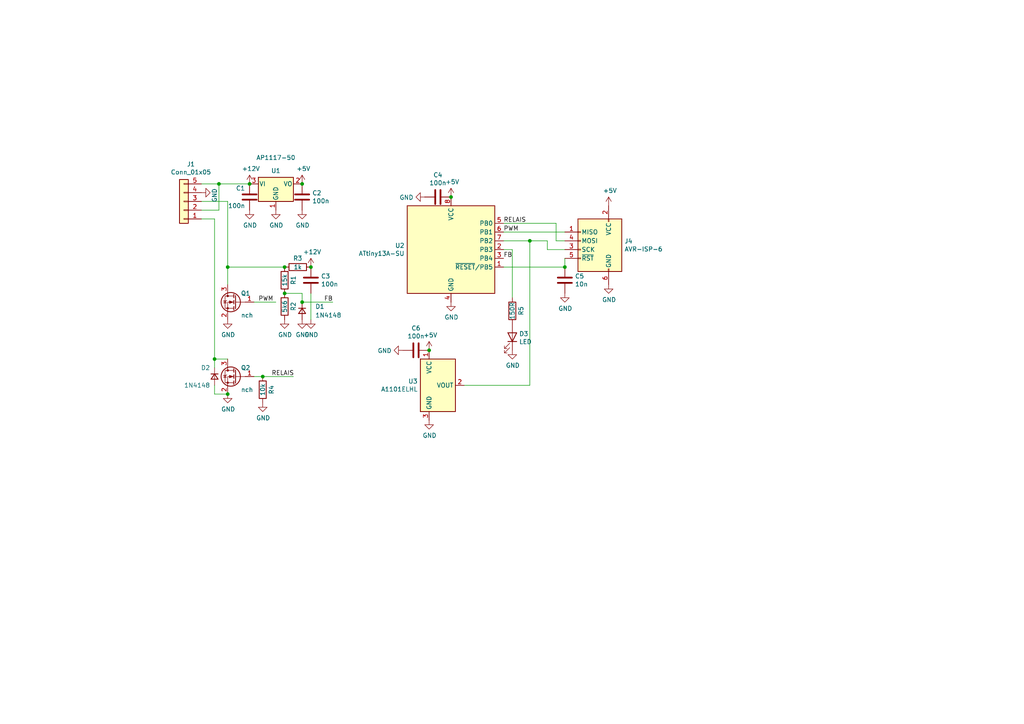
<source format=kicad_sch>
(kicad_sch (version 20211123) (generator eeschema)
  (paper "A4")
  (lib_symbols
    (symbol "Connector_Generic:Conn_01x05" (pin_names (offset 1.016) hide)
      (property "Reference" "J" (at 0 7.62 0))
      (property "Value" "Conn_01x05" (at 0 -7.62 0))
      (symbol "Conn_01x05_1_1"
        (rectangle (start -1.27 -4.953) (end 0 -5.207) (stroke (width 0.1524)))
        (rectangle (start -1.27 -2.413) (end 0 -2.667) (stroke (width 0.1524)))
        (rectangle (start -1.27 0.127) (end 0 -0.127) (stroke (width 0.1524)))
        (rectangle (start -1.27 2.667) (end 0 2.413) (stroke (width 0.1524)))
        (rectangle (start -1.27 5.207) (end 0 4.953) (stroke (width 0.1524)))
        (rectangle (start -1.27 6.35) (end 1.27 -6.35) (stroke (width 0.254)) (fill (type background)))
        (pin passive line (at -5.08 5.08 0) (length 3.81) (name "Pin_1") (number "1"))
        (pin passive line (at -5.08 2.54 0) (length 3.81) (name "Pin_2") (number "2"))
        (pin passive line (at -5.08 0 0) (length 3.81) (name "Pin_3") (number "3"))
        (pin passive line (at -5.08 -2.54 0) (length 3.81) (name "Pin_4") (number "4"))
        (pin passive line (at -5.08 -5.08 0) (length 3.81) (name "Pin_5") (number "5"))
      )
    )
    (symbol "Device:C" (pin_numbers hide) (pin_names (offset 0.254))
      (property "Reference" "C" (at 0.635 2.54 0))
      (property "Value" "C" (at 0.635 -2.54 0))
      (symbol "C_0_1"
        (polyline (pts (xy -2.032 -0.762) (xy 2.032 -0.762)) (stroke (width 0.508)))
        (polyline (pts (xy -2.032 0.762) (xy 2.032 0.762)) (stroke (width 0.508)))
      )
      (symbol "C_1_1"
        (pin passive line (at 0 3.81 270) (length 2.794) (name "~") (number "1"))
        (pin passive line (at 0 -3.81 90) (length 2.794) (name "~") (number "2"))
      )
    )
    (symbol "Device:D_Small" (pin_numbers hide) (pin_names (offset 0.254) hide)
      (property "Reference" "D" (at -1.27 2.032 0))
      (property "Value" "D_Small" (at -3.81 -2.032 0))
      (symbol "D_Small_0_1"
        (polyline (pts (xy -0.762 -1.016) (xy -0.762 1.016)) (stroke (width 0.254)))
        (polyline (pts (xy -0.762 0) (xy 0.762 0)))
        (polyline (pts (xy 0.762 -1.016) (xy -0.762 0) (xy 0.762 1.016) (xy 0.762 -1.016)) (stroke (width 0.254)))
      )
      (symbol "D_Small_1_1"
        (pin passive line (at -2.54 0 0) (length 1.778) (name "K") (number "1"))
        (pin passive line (at 2.54 0 180) (length 1.778) (name "A") (number "2"))
      )
    )
    (symbol "Device:LED" (pin_numbers hide) (pin_names (offset 1.016) hide)
      (property "Reference" "D" (at 0 2.54 0))
      (property "Value" "LED" (at 0 -2.54 0))
      (symbol "LED_0_1"
        (polyline (pts (xy -1.27 -1.27) (xy -1.27 1.27)) (stroke (width 0.254)))
        (polyline (pts (xy -1.27 0) (xy 1.27 0)))
        (polyline (pts (xy 1.27 -1.27) (xy 1.27 1.27) (xy -1.27 0) (xy 1.27 -1.27)) (stroke (width 0.254)))
        (polyline (pts (xy -3.048 -0.762) (xy -4.572 -2.286) (xy -3.81 -2.286) (xy -4.572 -2.286) (xy -4.572 -1.524)))
        (polyline (pts (xy -1.778 -0.762) (xy -3.302 -2.286) (xy -2.54 -2.286) (xy -3.302 -2.286) (xy -3.302 -1.524)))
      )
      (symbol "LED_1_1"
        (pin passive line (at -3.81 0 0) (length 2.54) (name "K") (number "1"))
        (pin passive line (at 3.81 0 180) (length 2.54) (name "A") (number "2"))
      )
    )
    (symbol "Device:Q_NMOS_GSD" (pin_names (offset 0) hide)
      (property "Reference" "Q" (at 5.08 1.27 0))
      (property "Value" "Q_NMOS_GSD" (at 5.08 -1.27 0))
      (symbol "Q_NMOS_GSD_0_1"
        (polyline (pts (xy 0.254 0) (xy -2.54 0)))
        (polyline (pts (xy 0.254 1.905) (xy 0.254 -1.905)) (stroke (width 0.254)))
        (polyline (pts (xy 0.762 -1.27) (xy 0.762 -2.286)) (stroke (width 0.254)))
        (polyline (pts (xy 0.762 0.508) (xy 0.762 -0.508)) (stroke (width 0.254)))
        (polyline (pts (xy 0.762 2.286) (xy 0.762 1.27)) (stroke (width 0.254)))
        (polyline (pts (xy 2.54 2.54) (xy 2.54 1.778)))
        (polyline (pts (xy 2.54 -2.54) (xy 2.54 0) (xy 0.762 0)))
        (polyline (pts (xy 0.762 -1.778) (xy 3.302 -1.778) (xy 3.302 1.778) (xy 0.762 1.778)))
        (polyline (pts (xy 1.016 0) (xy 2.032 0.381) (xy 2.032 -0.381) (xy 1.016 0)) (fill (type outline)))
        (polyline (pts (xy 2.794 0.508) (xy 2.921 0.381) (xy 3.683 0.381) (xy 3.81 0.254)))
        (polyline (pts (xy 3.302 0.381) (xy 2.921 -0.254) (xy 3.683 -0.254) (xy 3.302 0.381)))
        (circle (center 1.651 0) (radius 2.794) (stroke (width 0.254)))
        (circle (center 2.54 -1.778) (radius 0.254) (fill (type outline)))
        (circle (center 2.54 1.778) (radius 0.254) (fill (type outline)))
      )
      (symbol "Q_NMOS_GSD_1_1"
        (pin input line (at -5.08 0 0) (length 2.54) (name "G") (number "1"))
        (pin passive line (at 2.54 -5.08 90) (length 2.54) (name "S") (number "2"))
        (pin passive line (at 2.54 5.08 270) (length 2.54) (name "D") (number "3"))
      )
    )
    (symbol "Device:R" (pin_numbers hide) (pin_names (offset 0))
      (property "Reference" "R" (at 2.032 0 90))
      (property "Value" "R" (at 0 0 90))
      (symbol "R_0_1"
        (rectangle (start -1.016 -2.54) (end 1.016 2.54) (stroke (width 0.254)))
      )
      (symbol "R_1_1"
        (pin passive line (at 0 3.81 270) (length 1.27) (name "~") (number "1"))
        (pin passive line (at 0 -3.81 90) (length 1.27) (name "~") (number "2"))
      )
    )
    (symbol "Regulator_Linear:AP1117-50" (pin_names (offset 0.254))
      (property "Reference" "U" (at -3.81 3.175 0))
      (property "Value" "AP1117-50" (at 0 3.175 0))
      (symbol "AP1117-50_0_1"
        (rectangle (start -5.08 -5.08) (end 5.08 1.905) (stroke (width 0.254)) (fill (type background)))
      )
      (symbol "AP1117-50_1_1"
        (pin power_in line (at 0 -7.62 90) (length 2.54) (name "GND") (number "1"))
        (pin power_out line (at 7.62 0 180) (length 2.54) (name "VO") (number "2"))
        (pin power_in line (at -7.62 0 0) (length 2.54) (name "VI") (number "3"))
      )
    )
    (symbol "Sensor_Magnetic:A1101ELHL"
      (property "Reference" "U" (at 0 11.43 0))
      (property "Value" "A1101ELHL" (at 0 8.89 0))
      (symbol "A1101ELHL_0_1"
        (rectangle (start -5.08 7.62) (end 5.08 -7.62) (stroke (width 0.254)) (fill (type background)))
      )
      (symbol "A1101ELHL_1_1"
        (pin power_in line (at -2.54 10.16 270) (length 2.54) (name "VCC") (number "1"))
        (pin open_collector line (at 7.62 0 180) (length 2.54) (name "VOUT") (number "2"))
        (pin power_in line (at -2.54 -10.16 90) (length 2.54) (name "GND") (number "3"))
      )
    )
    (symbol "SimpleEVSE_AVR-rescue:ATtiny13A-SU-MCU_Microchip_ATtiny"
      (property "Reference" "U" (at -12.7 13.97 0))
      (property "Value" "ATtiny13A-SU-MCU_Microchip_ATtiny" (at 2.54 -13.97 0))
      (symbol "ATtiny13A-SU-MCU_Microchip_ATtiny_0_1"
        (rectangle (start -12.7 -12.7) (end 12.7 12.7) (stroke (width 0.254)) (fill (type background)))
      )
      (symbol "ATtiny13A-SU-MCU_Microchip_ATtiny_1_1"
        (pin tri_state line (at 15.24 -5.08 180) (length 2.54) (name "~{RESET}/PB5") (number "1"))
        (pin tri_state line (at 15.24 0 180) (length 2.54) (name "PB3") (number "2"))
        (pin tri_state line (at 15.24 -2.54 180) (length 2.54) (name "PB4") (number "3"))
        (pin power_in line (at 0 -15.24 90) (length 2.54) (name "GND") (number "4"))
        (pin tri_state line (at 15.24 7.62 180) (length 2.54) (name "PB0") (number "5"))
        (pin tri_state line (at 15.24 5.08 180) (length 2.54) (name "PB1") (number "6"))
        (pin tri_state line (at 15.24 2.54 180) (length 2.54) (name "PB2") (number "7"))
        (pin power_in line (at 0 15.24 270) (length 2.54) (name "VCC") (number "8"))
      )
    )
    (symbol "SimpleEVSE_AVR-rescue:AVR-ISP-6-Connector" (pin_names (offset 1.016))
      (property "Reference" "J" (at 0 10.16 0))
      (property "Value" "AVR-ISP-6-Connector" (at 0 -7.62 0))
      (symbol "AVR-ISP-6-Connector_0_1"
        (rectangle (start -2.667 -5.588) (end -2.413 -6.35))
        (rectangle (start -2.667 8.89) (end -2.413 8.128))
        (rectangle (start 6.35 -2.413) (end 5.588 -2.667))
        (rectangle (start 6.35 0.127) (end 5.588 -0.127))
        (rectangle (start 6.35 2.667) (end 5.588 2.413))
        (rectangle (start 6.35 5.207) (end 5.588 4.953))
        (rectangle (start 6.35 8.89) (end -6.35 -6.35) (stroke (width 0.254)) (fill (type background)))
      )
      (symbol "AVR-ISP-6-Connector_1_1"
        (pin passive line (at 10.16 5.08 180) (length 3.81) (name "MISO") (number "1"))
        (pin power_in line (at -2.54 12.7 270) (length 3.81) (name "VCC") (number "2"))
        (pin passive line (at 10.16 0 180) (length 3.81) (name "SCK") (number "3"))
        (pin passive line (at 10.16 2.54 180) (length 3.81) (name "MOSI") (number "4"))
        (pin passive line (at 10.16 -2.54 180) (length 3.81) (name "~{RST}") (number "5"))
        (pin power_in line (at -2.54 -10.16 90) (length 3.81) (name "GND") (number "6"))
      )
    )
    (symbol "power:+12V" (power) (pin_names (offset 0))
      (property "Value" "+12V" (at 0 3.556 0))
      (symbol "+12V_0_1"
        (polyline (pts (xy -0.762 1.27) (xy 0 2.54)))
        (polyline (pts (xy 0 0) (xy 0 2.54)))
        (polyline (pts (xy 0 2.54) (xy 0.762 1.27)))
      )
      (symbol "+12V_1_1"
        (pin power_in line (at 0 0 90) (length 0) hide (name "+12V") (number "1"))
      )
    )
    (symbol "power:+5V" (power) (pin_names (offset 0))
      (property "Value" "+5V" (at 0 3.556 0))
      (symbol "+5V_0_1"
        (polyline (pts (xy -0.762 1.27) (xy 0 2.54)))
        (polyline (pts (xy 0 0) (xy 0 2.54)))
        (polyline (pts (xy 0 2.54) (xy 0.762 1.27)))
      )
      (symbol "+5V_1_1"
        (pin power_in line (at 0 0 90) (length 0) hide (name "+5V") (number "1"))
      )
    )
    (symbol "power:GND" (power) (pin_names (offset 0))
      (property "Value" "GND" (at 0 -3.81 0))
      (symbol "GND_0_1"
        (polyline (pts (xy 0 0) (xy 0 -1.27) (xy 1.27 -1.27) (xy 0 -2.54) (xy -1.27 -1.27) (xy 0 -1.27)))
      )
      (symbol "GND_1_1"
        (pin power_in line (at 0 0 270) (length 0) hide (name "GND") (number "1"))
      )
    )
  )
  (junction (at 76.2 109.22))
  (junction (at 82.55 85.09))
  (junction (at 82.55 77.47))
  (junction (at 63.5 53.34))
  (junction (at 130.81 57.15))
  (junction (at 90.17 77.47))
  (junction (at 66.04 77.47))
  (junction (at 62.23 104.14))
  (junction (at 72.39 53.34))
  (junction (at 87.63 87.63))
  (junction (at 153.67 69.85))
  (junction (at 87.63 53.34))
  (junction (at 163.83 77.47))
  (junction (at 124.46 101.6))
  (junction (at 66.04 114.3))
  (wire (pts (xy 62.23 104.14) (xy 62.23 63.5)))
  (wire (pts (xy 66.04 58.42) (xy 66.04 77.47)))
  (wire (pts (xy 63.5 60.96) (xy 58.42 60.96)))
  (wire (pts (xy 158.75 69.85) (xy 158.75 72.39)))
  (wire (pts (xy 161.29 69.85) (xy 163.83 69.85)))
  (wire (pts (xy 62.23 111.76) (xy 62.23 114.3)))
  (wire (pts (xy 63.5 53.34) (xy 72.39 53.34)))
  (wire (pts (xy 161.29 64.77) (xy 161.29 69.85)))
  (wire (pts (xy 73.66 87.63) (xy 80.01 87.63)))
  (wire (pts (xy 146.05 77.47) (xy 163.83 77.47)))
  (wire (pts (xy 163.83 77.47) (xy 163.83 74.93)))
  (wire (pts (xy 87.63 87.63) (xy 87.63 85.09)))
  (wire (pts (xy 62.23 63.5) (xy 58.42 63.5)))
  (wire (pts (xy 66.04 77.47) (xy 82.55 77.47)))
  (wire (pts (xy 62.23 106.68) (xy 62.23 104.14)))
  (wire (pts (xy 66.04 82.55) (xy 66.04 77.47)))
  (wire (pts (xy 62.23 104.14) (xy 66.04 104.14)))
  (wire (pts (xy 87.63 87.63) (xy 96.52 87.63)))
  (wire (pts (xy 73.66 109.22) (xy 76.2 109.22)))
  (wire (pts (xy 158.75 72.39) (xy 163.83 72.39)))
  (wire (pts (xy 153.67 111.76) (xy 153.67 69.85)))
  (wire (pts (xy 148.59 72.39) (xy 146.05 72.39)))
  (wire (pts (xy 148.59 86.36) (xy 148.59 72.39)))
  (wire (pts (xy 87.63 85.09) (xy 82.55 85.09)))
  (wire (pts (xy 63.5 53.34) (xy 63.5 60.96)))
  (wire (pts (xy 66.04 58.42) (xy 58.42 58.42)))
  (wire (pts (xy 146.05 69.85) (xy 153.67 69.85)))
  (wire (pts (xy 62.23 114.3) (xy 66.04 114.3)))
  (wire (pts (xy 146.05 67.31) (xy 163.83 67.31)))
  (wire (pts (xy 58.42 53.34) (xy 63.5 53.34)))
  (wire (pts (xy 146.05 64.77) (xy 161.29 64.77)))
  (wire (pts (xy 90.17 85.09) (xy 90.17 92.71)))
  (wire (pts (xy 134.62 111.76) (xy 153.67 111.76)))
  (wire (pts (xy 76.2 109.22) (xy 85.09 109.22)))
  (wire (pts (xy 153.67 69.85) (xy 158.75 69.85)))
  (label "RELAIS" (at 146.05 64.77 0))
  (label "RELAIS" (at 78.74 109.22 0))
  (label "PWM" (at 146.05 67.31 0))
  (label "FB" (at 93.98 87.63 0))
  (label "FB" (at 146.05 74.93 0))
  (label "PWM" (at 74.93 87.63 0))
  (symbol (lib_id "Regulator_Linear:AP1117-50") (at 80.01 53.34 0) (unit 1)
    (property "Reference" "U1" (at 80.01 49.53 0))
    (property "Value" "AP1117-50" (at 80.01 45.72 0))
    (property "Footprint" "Package_TO_SOT_SMD:SOT-223-3_TabPin2" (effects hide))
    (property "Datasheet" "http://www.diodes.com/datasheets/AP1117.pdf" (effects hide))
  )
  (symbol (lib_id "SimpleEVSE_AVR-rescue:ATtiny13A-SU-MCU_Microchip_ATtiny") (at 130.81 72.39 0) (unit 1)
    (property "Reference" "U2" (at 117.348 71.2216 0) (effects (justify right)))
    (property "Value" "ATtiny13A-SU" (at 117.348 73.533 0) (effects (justify right)))
    (property "Footprint" "Package_SO:SOIJ-8_5.3x5.3mm_P1.27mm" (effects hide))
    (property "Datasheet" "http://ww1.microchip.com/downloads/en/DeviceDoc/doc8126.pdf" (effects hide))
  )
  (symbol (lib_id "SimpleEVSE_AVR-rescue:AVR-ISP-6-Connector") (at 173.99 72.39 0) (mirror y) (unit 1)
    (property "Reference" "J4" (at 181.102 69.9516 0) (effects (justify right)))
    (property "Value" "AVR-ISP-6" (at 181.102 72.263 0) (effects (justify right)))
    (property "Footprint" "Connector_PinHeader_2.54mm:PinHeader_2x03_P2.54mm_Vertical" (effects hide))
    (property "Datasheet" " ~" (effects hide))
  )
  (symbol (lib_id "Device:Q_NMOS_GSD") (at 68.58 87.63 0) (mirror y) (unit 1)
    (property "Reference" "Q1" (at 69.85 85.09 0) (effects (justify right)))
    (property "Value" "nch" (at 69.85 91.44 0) (effects (justify right)))
    (property "Footprint" "Package_TO_SOT_SMD:SOT-23" (effects hide))
  )
  (symbol (lib_id "Device:C") (at 90.17 81.28 0) (unit 1)
    (property "Reference" "C3" (at 93.091 80.1116 0) (effects (justify left)))
    (property "Value" "100n" (at 93.091 82.423 0) (effects (justify left)))
    (property "Footprint" "Capacitor_SMD:C_0805_2012Metric" (effects hide))
  )
  (symbol (lib_id "Device:D_Small") (at 87.63 90.17 270) (unit 1)
    (property "Reference" "D1" (at 91.44 88.9 90) (effects (justify left)))
    (property "Value" "1N4148" (at 91.44 91.44 90) (effects (justify left)))
    (property "Footprint" "Diode_SMD:D_SOD-123" (effects hide))
  )
  (symbol (lib_id "Device:C") (at 72.39 57.15 0) (mirror x) (unit 1)
    (property "Reference" "C1" (at 71.12 54.61 0) (effects (justify right)))
    (property "Value" "100n" (at 71.12 59.69 0) (effects (justify right)))
    (property "Footprint" "Capacitor_SMD:C_0805_2012Metric" (effects hide))
  )
  (symbol (lib_id "power:GND") (at 72.39 60.96 0) (unit 1)
    (property "Reference" "#PWR0101" (effects hide))
    (property "Value" "GND" (at 72.517 65.3542 0))
  )
  (symbol (lib_id "power:GND") (at 80.01 60.96 0) (unit 1)
    (property "Reference" "#PWR0102" (effects hide))
    (property "Value" "GND" (at 80.137 65.3542 0))
  )
  (symbol (lib_id "power:GND") (at 87.63 60.96 0) (unit 1)
    (property "Reference" "#PWR0103" (effects hide))
    (property "Value" "GND" (at 87.757 65.3542 0))
  )
  (symbol (lib_id "Device:C") (at 87.63 57.15 180) (unit 1)
    (property "Reference" "C2" (at 90.551 55.9816 0) (effects (justify right)))
    (property "Value" "100n" (at 90.551 58.293 0) (effects (justify right)))
    (property "Footprint" "Capacitor_SMD:C_0805_2012Metric" (effects hide))
  )
  (symbol (lib_id "power:+5V") (at 87.63 53.34 0) (unit 1)
    (property "Reference" "#PWR0104" (effects hide))
    (property "Value" "+5V" (at 88.011 48.9458 0))
  )
  (symbol (lib_id "Device:C") (at 127 57.15 90) (unit 1)
    (property "Reference" "C4" (at 127 50.7492 90))
    (property "Value" "100n" (at 127 53.0606 90))
    (property "Footprint" "Capacitor_SMD:C_0805_2012Metric" (effects hide))
  )
  (symbol (lib_id "power:GND") (at 123.19 57.15 270) (unit 1)
    (property "Reference" "#PWR0105" (effects hide))
    (property "Value" "GND" (at 119.9388 57.277 90) (effects (justify right)))
  )
  (symbol (lib_id "power:+5V") (at 130.81 57.15 0) (unit 1)
    (property "Reference" "#PWR0106" (effects hide))
    (property "Value" "+5V" (at 131.191 52.7558 0))
  )
  (symbol (lib_id "power:GND") (at 130.81 87.63 0) (unit 1)
    (property "Reference" "#PWR0107" (effects hide))
    (property "Value" "GND" (at 130.937 92.0242 0))
  )
  (symbol (lib_id "power:GND") (at 58.42 55.88 90) (unit 1)
    (property "Reference" "#PWR0108" (effects hide))
    (property "Value" "GND" (at 62.23 54.61 0) (effects (justify right)))
  )
  (symbol (lib_id "power:+12V") (at 72.39 53.34 0) (unit 1)
    (property "Reference" "#PWR0109" (effects hide))
    (property "Value" "+12V" (at 72.771 48.9458 0))
  )
  (symbol (lib_id "power:+12V") (at 90.17 77.47 0) (unit 1)
    (property "Reference" "#PWR0110" (effects hide))
    (property "Value" "+12V" (at 90.551 73.0758 0))
  )
  (symbol (lib_id "Device:R") (at 86.36 77.47 270) (unit 1)
    (property "Reference" "R3" (at 86.36 74.93 90))
    (property "Value" "1k" (at 86.36 77.47 90))
    (property "Footprint" "Resistor_SMD:R_0805_2012Metric" (effects hide))
  )
  (symbol (lib_id "Device:R") (at 82.55 81.28 180) (unit 1)
    (property "Reference" "R1" (at 85.09 81.28 90))
    (property "Value" "15k" (at 82.55 81.28 90))
    (property "Footprint" "Resistor_SMD:R_0805_2012Metric" (effects hide))
  )
  (symbol (lib_id "Device:R") (at 82.55 88.9 180) (unit 1)
    (property "Reference" "R2" (at 85.09 88.9 90))
    (property "Value" "5k6" (at 82.55 88.9 90))
    (property "Footprint" "Resistor_SMD:R_0805_2012Metric" (effects hide))
  )
  (symbol (lib_id "power:GND") (at 82.55 92.71 0) (unit 1)
    (property "Reference" "#PWR0111" (effects hide))
    (property "Value" "GND" (at 82.677 97.1042 0))
  )
  (symbol (lib_id "power:GND") (at 87.63 92.71 0) (unit 1)
    (property "Reference" "#PWR0112" (effects hide))
    (property "Value" "GND" (at 87.757 97.1042 0))
  )
  (symbol (lib_id "power:GND") (at 90.17 92.71 0) (unit 1)
    (property "Reference" "#PWR0113" (effects hide))
    (property "Value" "GND" (at 90.297 97.1042 0))
  )
  (symbol (lib_id "power:GND") (at 66.04 92.71 0) (unit 1)
    (property "Reference" "#PWR0114" (effects hide))
    (property "Value" "GND" (at 66.167 97.1042 0))
  )
  (symbol (lib_id "power:GND") (at 176.53 82.55 0) (unit 1)
    (property "Reference" "#PWR0115" (effects hide))
    (property "Value" "GND" (at 176.657 86.9442 0))
  )
  (symbol (lib_id "power:+5V") (at 176.53 59.69 0) (unit 1)
    (property "Reference" "#PWR0116" (effects hide))
    (property "Value" "+5V" (at 176.911 55.2958 0))
  )
  (symbol (lib_id "Device:C") (at 163.83 81.28 0) (unit 1)
    (property "Reference" "C5" (at 166.751 80.1116 0) (effects (justify left)))
    (property "Value" "10n" (at 166.751 82.423 0) (effects (justify left)))
    (property "Footprint" "Capacitor_SMD:C_0805_2012Metric" (effects hide))
  )
  (symbol (lib_id "power:GND") (at 163.83 85.09 0) (unit 1)
    (property "Reference" "#PWR0117" (effects hide))
    (property "Value" "GND" (at 163.957 89.4842 0))
  )
  (symbol (lib_id "power:GND") (at 66.04 114.3 0) (unit 1)
    (property "Reference" "#PWR0118" (effects hide))
    (property "Value" "GND" (at 66.167 118.6942 0))
  )
  (symbol (lib_id "Device:D_Small") (at 62.23 109.22 90) (mirror x) (unit 1)
    (property "Reference" "D2" (at 60.96 106.68 90) (effects (justify left)))
    (property "Value" "1N4148" (at 60.96 111.76 90) (effects (justify left)))
    (property "Footprint" "Diode_SMD:D_SOD-123" (effects hide))
  )
  (symbol (lib_id "Device:Q_NMOS_GSD") (at 68.58 109.22 0) (mirror y) (unit 1)
    (property "Reference" "Q2" (at 69.85 106.68 0) (effects (justify right)))
    (property "Value" "nch" (at 69.85 113.03 0) (effects (justify right)))
    (property "Footprint" "Package_TO_SOT_SMD:SOT-23" (effects hide))
  )
  (symbol (lib_id "Connector_Generic:Conn_01x05") (at 53.34 58.42 180) (unit 1)
    (property "Reference" "J1" (at 55.372 47.625 0))
    (property "Value" "Conn_01x05" (at 55.372 49.9364 0))
    (property "Footprint" "Connector_PinHeader_2.54mm:PinHeader_1x05_P2.54mm_Horizontal" (effects hide))
  )
  (symbol (lib_id "Device:R") (at 76.2 113.03 180) (unit 1)
    (property "Reference" "R4" (at 78.74 113.03 90))
    (property "Value" "10k" (at 76.2 113.03 90))
    (property "Footprint" "Resistor_SMD:R_0805_2012Metric" (effects hide))
  )
  (symbol (lib_id "power:GND") (at 76.2 116.84 0) (unit 1)
    (property "Reference" "#PWR0119" (effects hide))
    (property "Value" "GND" (at 76.327 121.2342 0))
  )
  (symbol (lib_id "power:GND") (at 124.46 121.92 0) (unit 1)
    (property "Reference" "#PWR0120" (effects hide))
    (property "Value" "GND" (at 124.587 126.3142 0))
  )
  (symbol (lib_id "Device:C") (at 120.65 101.6 270) (unit 1)
    (property "Reference" "C6" (at 120.65 95.1992 90))
    (property "Value" "100n" (at 120.65 97.5106 90))
    (property "Footprint" "Capacitor_SMD:C_0805_2012Metric" (effects hide))
  )
  (symbol (lib_id "power:GND") (at 116.84 101.6 270) (unit 1)
    (property "Reference" "#PWR0121" (effects hide))
    (property "Value" "GND" (at 113.5888 101.727 90) (effects (justify right)))
  )
  (symbol (lib_id "Device:LED") (at 148.59 97.79 270) (mirror x) (unit 1)
    (property "Reference" "D3" (at 150.5712 96.8248 90) (effects (justify left)))
    (property "Value" "LED" (at 150.5712 99.1362 90) (effects (justify left)))
    (property "Footprint" "LED_SMD:LED_0805_2012Metric" (effects hide))
  )
  (symbol (lib_id "Device:R") (at 148.59 90.17 180) (unit 1)
    (property "Reference" "R5" (at 151.13 90.17 90))
    (property "Value" "150R" (at 148.59 90.17 90))
    (property "Footprint" "Resistor_SMD:R_0805_2012Metric" (effects hide))
  )
  (symbol (lib_id "power:GND") (at 148.59 101.6 0) (unit 1)
    (property "Reference" "#PWR0122" (effects hide))
    (property "Value" "GND" (at 148.717 105.9942 0))
  )
  (symbol (lib_id "Sensor_Magnetic:A1101ELHL") (at 127 111.76 0) (unit 1)
    (property "Reference" "U3" (at 121.158 110.5916 0) (effects (justify right)))
    (property "Value" "A1101ELHL" (at 121.158 112.903 0) (effects (justify right)))
    (property "Footprint" "Package_TO_SOT_SMD:SOT-23" (effects hide))
    (property "Datasheet" "http://www.allegromicro.com/en/Products/Part_Numbers/1101/1101.pdf" (effects hide))
  )
  (symbol (lib_id "power:+5V") (at 124.46 101.6 0) (unit 1)
    (property "Reference" "#PWR0123" (effects hide))
    (property "Value" "+5V" (at 124.841 97.2058 0))
  )
)
</source>
